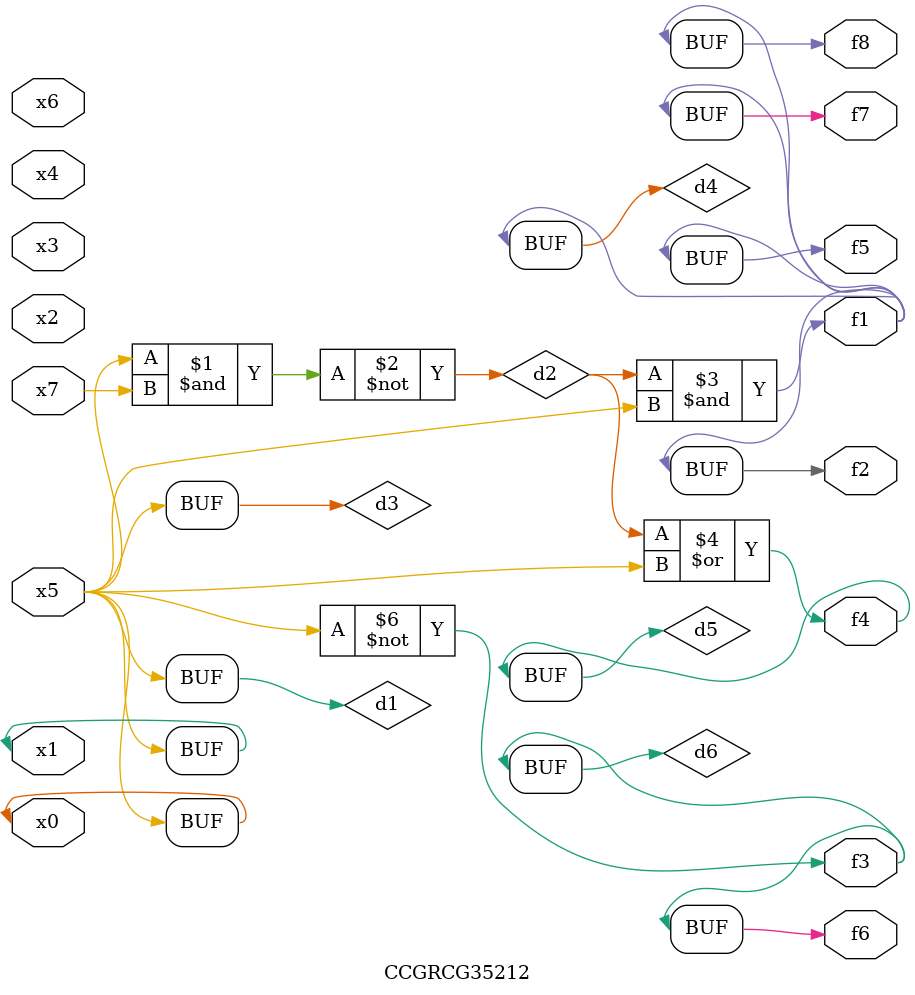
<source format=v>
module CCGRCG35212(
	input x0, x1, x2, x3, x4, x5, x6, x7,
	output f1, f2, f3, f4, f5, f6, f7, f8
);

	wire d1, d2, d3, d4, d5, d6;

	buf (d1, x0, x5);
	nand (d2, x5, x7);
	buf (d3, x0, x1);
	and (d4, d2, d3);
	or (d5, d2, d3);
	nor (d6, d1, d3);
	assign f1 = d4;
	assign f2 = d4;
	assign f3 = d6;
	assign f4 = d5;
	assign f5 = d4;
	assign f6 = d6;
	assign f7 = d4;
	assign f8 = d4;
endmodule

</source>
